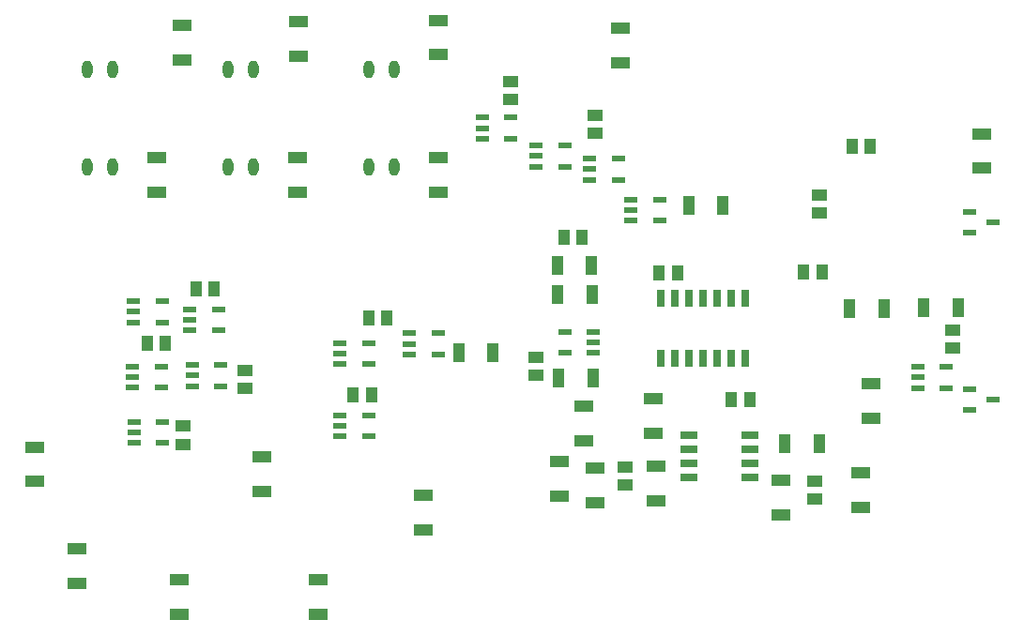
<source format=gbr>
%TF.GenerationSoftware,KiCad,Pcbnew,(6.0.8)*%
%TF.CreationDate,2023-01-11T15:03:56+01:00*%
%TF.ProjectId,TSAL,5453414c-2e6b-4696-9361-645f70636258,V1.0*%
%TF.SameCoordinates,Original*%
%TF.FileFunction,Paste,Top*%
%TF.FilePolarity,Positive*%
%FSLAX46Y46*%
G04 Gerber Fmt 4.6, Leading zero omitted, Abs format (unit mm)*
G04 Created by KiCad (PCBNEW (6.0.8)) date 2023-01-11 15:03:56*
%MOMM*%
%LPD*%
G01*
G04 APERTURE LIST*
%ADD10R,1.800000X1.050000*%
%ADD11R,1.070000X1.470000*%
%ADD12R,1.470000X1.070000*%
%ADD13R,1.150000X0.600000*%
%ADD14R,1.050000X1.800000*%
%ADD15O,0.950000X1.600000*%
%ADD16R,1.300000X0.600000*%
%ADD17R,0.650000X1.525000*%
%ADD18R,1.528000X0.650000*%
G04 APERTURE END LIST*
D10*
%TO.C,R12*%
X129540000Y-75715346D03*
X129540000Y-72615346D03*
%TD*%
%TO.C,R2*%
X102429958Y-74713812D03*
X102429958Y-71613812D03*
%TD*%
D11*
%TO.C,C19*%
X65220000Y-60960000D03*
X66860000Y-60960000D03*
%TD*%
D12*
%TO.C,C7*%
X74052647Y-64996814D03*
X74052647Y-63356814D03*
%TD*%
D10*
%TO.C,R28*%
X55043256Y-73400787D03*
X55043256Y-70300787D03*
%TD*%
D12*
%TO.C,C1*%
X108293122Y-73728477D03*
X108293122Y-72088477D03*
%TD*%
D11*
%TO.C,C8*%
X85220889Y-58608377D03*
X86860889Y-58608377D03*
%TD*%
D13*
%TO.C,G12*%
X105104703Y-44265032D03*
X105104703Y-45215032D03*
X105104703Y-46165032D03*
X107704703Y-46165032D03*
X107704703Y-44265032D03*
%TD*%
D14*
%TO.C,R23*%
X128573440Y-57785826D03*
X131673440Y-57785826D03*
%TD*%
D13*
%TO.C,G2*%
X82606656Y-67437441D03*
X82606656Y-68387441D03*
X82606656Y-69337441D03*
X85206656Y-69337441D03*
X85206656Y-67437441D03*
%TD*%
D11*
%TO.C,C18*%
X71243736Y-56008037D03*
X69603736Y-56008037D03*
%TD*%
D10*
%TO.C,R16*%
X140492983Y-42010504D03*
X140492983Y-45110504D03*
%TD*%
D13*
%TO.C,G6*%
X134718753Y-63063947D03*
X134718753Y-64013947D03*
X134718753Y-64963947D03*
X137318753Y-64963947D03*
X137318753Y-63063947D03*
%TD*%
D10*
%TO.C,R11*%
X107901251Y-35576853D03*
X107901251Y-32476853D03*
%TD*%
%TO.C,R29*%
X75557783Y-74292395D03*
X75557783Y-71192395D03*
%TD*%
D13*
%TO.C,G1*%
X82600451Y-60888242D03*
X82600451Y-61838242D03*
X82600451Y-62788242D03*
X85200451Y-62788242D03*
X85200451Y-60888242D03*
%TD*%
D10*
%TO.C,R6*%
X68071700Y-82270000D03*
X68071700Y-85370000D03*
%TD*%
D15*
%TO.C,K3*%
X74803000Y-36240000D03*
X72517000Y-36240000D03*
X72517000Y-45040000D03*
X74803000Y-45040000D03*
%TD*%
D10*
%TO.C,R27*%
X78740000Y-44170000D03*
X78740000Y-47270000D03*
%TD*%
D13*
%TO.C,G11*%
X69086769Y-57852609D03*
X69086769Y-58802609D03*
X69086769Y-59752609D03*
X71686769Y-59752609D03*
X71686769Y-57852609D03*
%TD*%
D14*
%TO.C,R19*%
X102350997Y-64042618D03*
X105450997Y-64042618D03*
%TD*%
D12*
%TO.C,C12*%
X68457723Y-70045087D03*
X68457723Y-68405087D03*
%TD*%
D13*
%TO.C,G9*%
X100315442Y-43086774D03*
X100315442Y-44036774D03*
X100315442Y-44986774D03*
X102915442Y-44986774D03*
X102915442Y-43086774D03*
%TD*%
D10*
%TO.C,R17*%
X91450664Y-31793333D03*
X91450664Y-34893333D03*
%TD*%
%TO.C,R25*%
X91440000Y-44170000D03*
X91440000Y-47270000D03*
%TD*%
%TO.C,R5*%
X111144182Y-75112693D03*
X111144182Y-72012693D03*
%TD*%
D13*
%TO.C,G8*%
X69280707Y-62889806D03*
X69280707Y-63839806D03*
X69280707Y-64789806D03*
X71880707Y-64789806D03*
X71880707Y-62889806D03*
%TD*%
D12*
%TO.C,C9*%
X100268412Y-63832896D03*
X100268412Y-62192896D03*
%TD*%
D14*
%TO.C,R24*%
X138396350Y-57706687D03*
X135296350Y-57706687D03*
%TD*%
D10*
%TO.C,R3*%
X58905009Y-79473292D03*
X58905009Y-82573292D03*
%TD*%
D16*
%TO.C,Q4*%
X139398900Y-49064885D03*
X139398900Y-50964885D03*
X141498900Y-50014885D03*
%TD*%
D10*
%TO.C,R1*%
X104635077Y-69741025D03*
X104635077Y-66641025D03*
%TD*%
D13*
%TO.C,G10*%
X95441739Y-40554425D03*
X95441739Y-41504425D03*
X95441739Y-42454425D03*
X98041739Y-42454425D03*
X98041739Y-40554425D03*
%TD*%
D12*
%TO.C,C5*%
X125859152Y-47554284D03*
X125859152Y-49194284D03*
%TD*%
D17*
%TO.C,DL1*%
X111544878Y-62296497D03*
X112814878Y-62296497D03*
X114084878Y-62296497D03*
X115354878Y-62296497D03*
X116624878Y-62296497D03*
X117894878Y-62296497D03*
X119164878Y-62296497D03*
X119164878Y-56872497D03*
X117894878Y-56872497D03*
X116624878Y-56872497D03*
X115354878Y-56872497D03*
X114084878Y-56872497D03*
X112814878Y-56872497D03*
X111544878Y-56872497D03*
%TD*%
D14*
%TO.C,R13*%
X93331230Y-61757242D03*
X96431230Y-61757242D03*
%TD*%
D13*
%TO.C,G13*%
X108876237Y-47975639D03*
X108876237Y-48925639D03*
X108876237Y-49875639D03*
X111476237Y-49875639D03*
X111476237Y-47975639D03*
%TD*%
D10*
%TO.C,R18*%
X68342051Y-32259679D03*
X68342051Y-35359679D03*
%TD*%
D12*
%TO.C,C13*%
X98020118Y-37275803D03*
X98020118Y-38915803D03*
%TD*%
D15*
%TO.C,K2*%
X62103000Y-36240000D03*
X59817000Y-36240000D03*
X59817000Y-45040000D03*
X62103000Y-45040000D03*
%TD*%
D10*
%TO.C,R7*%
X110876888Y-65966000D03*
X110876888Y-69066000D03*
%TD*%
%TO.C,R22*%
X78856444Y-31882000D03*
X78856444Y-34982000D03*
%TD*%
D13*
%TO.C,G5*%
X63886071Y-63049141D03*
X63886071Y-63999141D03*
X63886071Y-64949141D03*
X66486071Y-64949141D03*
X66486071Y-63049141D03*
%TD*%
D10*
%TO.C,R14*%
X122401448Y-73318622D03*
X122401448Y-76418622D03*
%TD*%
D11*
%TO.C,C15*%
X83813616Y-65579762D03*
X85453616Y-65579762D03*
%TD*%
D15*
%TO.C,K1*%
X87503000Y-36240000D03*
X85217000Y-36240000D03*
X85217000Y-45040000D03*
X87503000Y-45040000D03*
%TD*%
D12*
%TO.C,C10*%
X137902963Y-59715034D03*
X137902963Y-61355034D03*
%TD*%
D10*
%TO.C,R26*%
X66040000Y-44170000D03*
X66040000Y-47270000D03*
%TD*%
D12*
%TO.C,C14*%
X105639460Y-40331278D03*
X105639460Y-41971278D03*
%TD*%
D18*
%TO.C,CP1*%
X114129000Y-69215000D03*
X114129000Y-70485000D03*
X114129000Y-71755000D03*
X114129000Y-73025000D03*
X119551000Y-73025000D03*
X119551000Y-71755000D03*
X119551000Y-70485000D03*
X119551000Y-69215000D03*
%TD*%
D10*
%TO.C,R9*%
X80637656Y-82270000D03*
X80637656Y-85370000D03*
%TD*%
D13*
%TO.C,CP2*%
X105474143Y-61817294D03*
X105474143Y-60867294D03*
X105474143Y-59917294D03*
X102874143Y-59917294D03*
X102874143Y-61817294D03*
%TD*%
D16*
%TO.C,Q2*%
X139378991Y-65071107D03*
X139378991Y-66971107D03*
X141478991Y-66021107D03*
%TD*%
D13*
%TO.C,G7*%
X88890484Y-60023844D03*
X88890484Y-60973844D03*
X88890484Y-61923844D03*
X91490484Y-61923844D03*
X91490484Y-60023844D03*
%TD*%
D10*
%TO.C,R4*%
X105627868Y-72215502D03*
X105627868Y-75315502D03*
%TD*%
%TO.C,R30*%
X90153147Y-74649999D03*
X90153147Y-77749999D03*
%TD*%
D14*
%TO.C,R20*%
X105368656Y-56560801D03*
X102268656Y-56560801D03*
%TD*%
D12*
%TO.C,C3*%
X125423392Y-74985346D03*
X125423392Y-73345346D03*
%TD*%
D11*
%TO.C,C4*%
X102807957Y-51342162D03*
X104447957Y-51342162D03*
%TD*%
D10*
%TO.C,R8*%
X130548603Y-64604151D03*
X130548603Y-67704151D03*
%TD*%
D11*
%TO.C,C2*%
X119570518Y-65973811D03*
X117930518Y-65973811D03*
%TD*%
D13*
%TO.C,G3*%
X63979483Y-57128660D03*
X63979483Y-58078660D03*
X63979483Y-59028660D03*
X66579483Y-59028660D03*
X66579483Y-57128660D03*
%TD*%
D11*
%TO.C,C6*%
X130423929Y-43192103D03*
X128783929Y-43192103D03*
%TD*%
D14*
%TO.C,R21*%
X102206325Y-53901202D03*
X105306325Y-53901202D03*
%TD*%
D13*
%TO.C,G4*%
X64021166Y-68026712D03*
X64021166Y-68976712D03*
X64021166Y-69926712D03*
X66621166Y-69926712D03*
X66621166Y-68026712D03*
%TD*%
D14*
%TO.C,R15*%
X114050534Y-48466577D03*
X117150534Y-48466577D03*
%TD*%
%TO.C,R10*%
X122760596Y-69965901D03*
X125860596Y-69965901D03*
%TD*%
D11*
%TO.C,C17*%
X113037822Y-54582555D03*
X111397822Y-54582555D03*
%TD*%
%TO.C,C11*%
X124439591Y-54500538D03*
X126079591Y-54500538D03*
%TD*%
M02*

</source>
